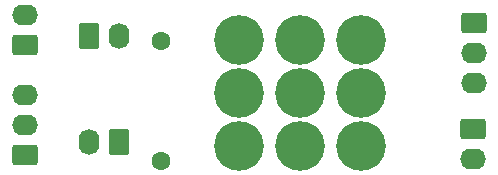
<source format=gbr>
%TF.GenerationSoftware,KiCad,Pcbnew,9.0.2*%
%TF.CreationDate,2025-06-20T16:19:37+01:00*%
%TF.ProjectId,FootSw,466f6f74-5377-42e6-9b69-6361645f7063,rev?*%
%TF.SameCoordinates,Original*%
%TF.FileFunction,Soldermask,Top*%
%TF.FilePolarity,Negative*%
%FSLAX46Y46*%
G04 Gerber Fmt 4.6, Leading zero omitted, Abs format (unit mm)*
G04 Created by KiCad (PCBNEW 9.0.2) date 2025-06-20 16:19:37*
%MOMM*%
%LPD*%
G01*
G04 APERTURE LIST*
G04 Aperture macros list*
%AMRoundRect*
0 Rectangle with rounded corners*
0 $1 Rounding radius*
0 $2 $3 $4 $5 $6 $7 $8 $9 X,Y pos of 4 corners*
0 Add a 4 corners polygon primitive as box body*
4,1,4,$2,$3,$4,$5,$6,$7,$8,$9,$2,$3,0*
0 Add four circle primitives for the rounded corners*
1,1,$1+$1,$2,$3*
1,1,$1+$1,$4,$5*
1,1,$1+$1,$6,$7*
1,1,$1+$1,$8,$9*
0 Add four rect primitives between the rounded corners*
20,1,$1+$1,$2,$3,$4,$5,0*
20,1,$1+$1,$4,$5,$6,$7,0*
20,1,$1+$1,$6,$7,$8,$9,0*
20,1,$1+$1,$8,$9,$2,$3,0*%
G04 Aperture macros list end*
%ADD10C,4.203200*%
%ADD11RoundRect,0.250000X0.620000X0.845000X-0.620000X0.845000X-0.620000X-0.845000X0.620000X-0.845000X0*%
%ADD12O,1.740000X2.190000*%
%ADD13RoundRect,0.250000X0.845000X-0.620000X0.845000X0.620000X-0.845000X0.620000X-0.845000X-0.620000X0*%
%ADD14O,2.190000X1.740000*%
%ADD15RoundRect,0.250000X-0.620000X-0.845000X0.620000X-0.845000X0.620000X0.845000X-0.620000X0.845000X0*%
%ADD16C,1.600000*%
%ADD17RoundRect,0.250000X-0.845000X0.620000X-0.845000X-0.620000X0.845000X-0.620000X0.845000X0.620000X0*%
G04 APERTURE END LIST*
D10*
%TO.C,SW1*%
X77600000Y-54350000D03*
X77600000Y-58850000D03*
X77600000Y-63350000D03*
X82800000Y-54350000D03*
X82800000Y-58850000D03*
X82800000Y-63350000D03*
X88000000Y-54350000D03*
X88000000Y-58850000D03*
X88000000Y-63350000D03*
%TD*%
D11*
%TO.C,J4*%
X67500000Y-62980000D03*
D12*
X64960000Y-62980000D03*
%TD*%
D13*
%TO.C,J1*%
X59500000Y-64080000D03*
D14*
X59500000Y-61540000D03*
X59500000Y-59000000D03*
%TD*%
D15*
%TO.C,J8*%
X64960000Y-54000000D03*
D12*
X67500000Y-54000000D03*
%TD*%
D16*
%TO.C,R1*%
X71000000Y-54420000D03*
X71000000Y-64580000D03*
%TD*%
D17*
%TO.C,J7*%
X97500000Y-52920000D03*
D14*
X97500000Y-55460000D03*
X97500000Y-58000000D03*
%TD*%
D17*
%TO.C,J2*%
X97480000Y-61920000D03*
D14*
X97480000Y-64460000D03*
%TD*%
D13*
%TO.C,J5*%
X59500000Y-54775000D03*
D14*
X59500000Y-52235000D03*
%TD*%
M02*

</source>
